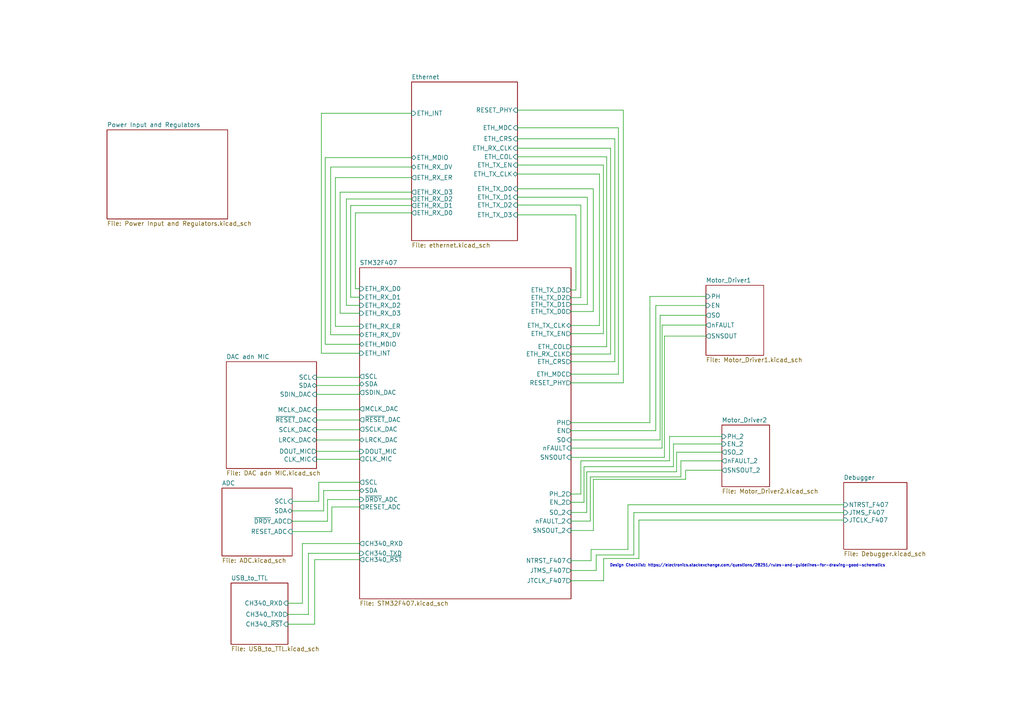
<source format=kicad_sch>
(kicad_sch
	(version 20231120)
	(generator "eeschema")
	(generator_version "8.0")
	(uuid "8a424437-6f3e-424c-a786-3b8b285eee60")
	(paper "A4")
	(title_block
		(title "Mixed Signal Board Project")
		(date "2024-06-24")
		(rev "V1.0")
		(company "open source")
		(comment 1 "this project for learning purposes")
	)
	(lib_symbols)
	(wire
		(pts
			(xy 183.8379 148.6781) (xy 183.8379 160.9662)
		)
		(stroke
			(width 0)
			(type default)
		)
		(uuid "01219420-cdfc-4ba3-be86-c4ffb6cfd76a")
	)
	(wire
		(pts
			(xy 104.3039 160.4915) (xy 89.4556 160.4915)
		)
		(stroke
			(width 0)
			(type default)
		)
		(uuid "0303f192-c3a8-48e2-899b-3aeca6cede6d")
	)
	(wire
		(pts
			(xy 100.4664 57.7092) (xy 119.3752 57.7092)
		)
		(stroke
			(width 0)
			(type default)
		)
		(uuid "03d1c7f2-efd9-4f95-828a-bb8fafb7146a")
	)
	(wire
		(pts
			(xy 150.0903 45.4836) (xy 175.9588 45.4836)
		)
		(stroke
			(width 0)
			(type default)
		)
		(uuid "05c7903b-b999-4c18-bd0d-41c757c6850a")
	)
	(wire
		(pts
			(xy 209.3593 128.7667) (xy 195.3296 128.7667)
		)
		(stroke
			(width 0)
			(type default)
		)
		(uuid "096a5ec0-3b72-4bf1-8e26-1a9d93d1060d")
	)
	(wire
		(pts
			(xy 171.436 159.3733) (xy 171.436 162.6214)
		)
		(stroke
			(width 0)
			(type default)
		)
		(uuid "0d55c1a8-02c9-4d46-9d50-403d350cdd5f")
	)
	(wire
		(pts
			(xy 182.1312 159.3733) (xy 171.436 159.3733)
		)
		(stroke
			(width 0)
			(type default)
		)
		(uuid "0e42d29b-b076-40f3-92f2-b04a76546a7e")
	)
	(wire
		(pts
			(xy 192.7127 132.6584) (xy 192.7127 97.4776)
		)
		(stroke
			(width 0)
			(type default)
		)
		(uuid "1086b68a-adbc-4e31-8482-adc47b15cfa1")
	)
	(wire
		(pts
			(xy 171.436 162.6214) (xy 165.6277 162.6214)
		)
		(stroke
			(width 0)
			(type default)
		)
		(uuid "1191adbd-ede3-4d1a-9916-c186ab4b0a7e")
	)
	(wire
		(pts
			(xy 194.1918 133.6593) (xy 194.1918 126.6049)
		)
		(stroke
			(width 0)
			(type default)
		)
		(uuid "129b0ec8-2be9-480d-b6f6-8b953449bd92")
	)
	(wire
		(pts
			(xy 87.7174 174.9589) (xy 83.5195 174.9589)
		)
		(stroke
			(width 0)
			(type default)
		)
		(uuid "12d71de0-1dbc-4f63-ad58-daf28eb5dfbf")
	)
	(wire
		(pts
			(xy 172.0713 90.36) (xy 165.6277 90.36)
		)
		(stroke
			(width 0)
			(type default)
		)
		(uuid "15cc44a4-c891-4fef-ae6e-d69ca17df06b")
	)
	(wire
		(pts
			(xy 170.1844 148.6379) (xy 170.1844 136.8451)
		)
		(stroke
			(width 0)
			(type default)
		)
		(uuid "1c2a3ecf-a1c4-46c0-96c5-c91528260d0f")
	)
	(wire
		(pts
			(xy 171.2084 151.1411) (xy 165.6277 151.1411)
		)
		(stroke
			(width 0)
			(type default)
		)
		(uuid "1d6112f2-e4db-417c-b7d5-68e6d191a72c")
	)
	(wire
		(pts
			(xy 244.7096 148.6781) (xy 183.8379 148.6781)
		)
		(stroke
			(width 0)
			(type default)
		)
		(uuid "1e34fe30-0587-4d60-8e9a-e2bae966531e")
	)
	(wire
		(pts
			(xy 104.3039 90.8539) (xy 98.646 90.8539)
		)
		(stroke
			(width 0)
			(type default)
		)
		(uuid "2116eb29-b59e-439c-aaa1-5688b690179d")
	)
	(wire
		(pts
			(xy 171.2084 138.3242) (xy 171.2084 151.1411)
		)
		(stroke
			(width 0)
			(type default)
		)
		(uuid "21f8858b-8b48-4ef8-b5f8-0a3c2c6113b9")
	)
	(wire
		(pts
			(xy 101.718 86.2036) (xy 101.718 59.6055)
		)
		(stroke
			(width 0)
			(type default)
		)
		(uuid "224c7500-8565-47b2-8ec0-3afc27149715")
	)
	(wire
		(pts
			(xy 198.8567 139.0069) (xy 198.8567 136.3899)
		)
		(stroke
			(width 0)
			(type default)
		)
		(uuid "229c3b03-35dd-459a-ae42-3ad0bc4cd972")
	)
	(wire
		(pts
			(xy 150.0903 42.9805) (xy 177.0966 42.9805)
		)
		(stroke
			(width 0)
			(type default)
		)
		(uuid "232086d1-3ca4-4823-9d71-b9d17bbe2f32")
	)
	(wire
		(pts
			(xy 96.2508 147.0451) (xy 96.2508 154.1785)
		)
		(stroke
			(width 0)
			(type default)
		)
		(uuid "23bebc2a-3b95-4c32-9d7e-4c5ceb0f2648")
	)
	(wire
		(pts
			(xy 150.0903 31.9439) (xy 180.7944 31.9439)
		)
		(stroke
			(width 0)
			(type default)
		)
		(uuid "27b3f180-4f63-485a-aea4-0717022dfa90")
	)
	(wire
		(pts
			(xy 91.8099 109.4445) (xy 104.3039 109.4445)
		)
		(stroke
			(width 0)
			(type default)
		)
		(uuid "2886fc74-ec87-4340-b0a5-2ea482a0ca37")
	)
	(wire
		(pts
			(xy 195.3296 135.366) (xy 169.388 135.366)
		)
		(stroke
			(width 0)
			(type default)
		)
		(uuid "2a2e8ac1-8aa7-4e0f-8cca-f853440f39c1")
	)
	(wire
		(pts
			(xy 165.6277 127.6015) (xy 191.4611 127.6015)
		)
		(stroke
			(width 0)
			(type default)
		)
		(uuid "2a42f920-43fc-48d9-90b6-83543fd8831e")
	)
	(wire
		(pts
			(xy 104.3039 157.647) (xy 87.7174 157.647)
		)
		(stroke
			(width 0)
			(type default)
		)
		(uuid "2b0c349c-6067-46e1-abd4-8f0577804495")
	)
	(wire
		(pts
			(xy 179.3722 37.064) (xy 179.3722 108.5271)
		)
		(stroke
			(width 0)
			(type default)
		)
		(uuid "2db36012-a02c-44e7-b6d4-84af56673847")
	)
	(wire
		(pts
			(xy 197.4914 133.6592) (xy 197.4914 138.3242)
		)
		(stroke
			(width 0)
			(type default)
		)
		(uuid "2df4961d-33d8-4c1e-bb78-9dcf57c42220")
	)
	(wire
		(pts
			(xy 167.0461 62.3228) (xy 150.0903 62.3228)
		)
		(stroke
			(width 0)
			(type default)
		)
		(uuid "2e881b7a-349f-4426-ab51-e7931846e759")
	)
	(wire
		(pts
			(xy 190.2095 88.6028) (xy 190.2095 124.9151)
		)
		(stroke
			(width 0)
			(type default)
		)
		(uuid "328459e7-337e-4c8b-afbb-8e38c05d7da1")
	)
	(wire
		(pts
			(xy 104.3039 144.8833) (xy 94.9866 144.8833)
		)
		(stroke
			(width 0)
			(type default)
		)
		(uuid "345540e6-e93d-4721-9287-2329ff2fdf30")
	)
	(wire
		(pts
			(xy 91.8099 111.8149) (xy 104.3039 111.8149)
		)
		(stroke
			(width 0)
			(type default)
		)
		(uuid "36b0d38b-356f-4af4-9bf9-75944fbe3350")
	)
	(wire
		(pts
			(xy 172.1187 139.0069) (xy 198.8567 139.0069)
		)
		(stroke
			(width 0)
			(type default)
		)
		(uuid "36b48cd1-3865-48a6-bc1f-87c664d53809")
	)
	(wire
		(pts
			(xy 172.0713 54.7618) (xy 172.0713 90.36)
		)
		(stroke
			(width 0)
			(type default)
		)
		(uuid "37579b66-e864-4c32-a017-8e1c0811d55b")
	)
	(wire
		(pts
			(xy 192.03 94.2918) (xy 192.03 129.9719)
		)
		(stroke
			(width 0)
			(type default)
		)
		(uuid "37e311c7-4c8c-4add-898c-5f76249185d2")
	)
	(wire
		(pts
			(xy 150.0903 47.873) (xy 175.0106 47.873)
		)
		(stroke
			(width 0)
			(type default)
		)
		(uuid "399cf598-39a2-49fb-9668-7f8ed972dc48")
	)
	(wire
		(pts
			(xy 191.4611 127.6015) (xy 191.4611 91.4473)
		)
		(stroke
			(width 0)
			(type default)
		)
		(uuid "3ad371da-33a6-44d4-943b-4b6360ed7d71")
	)
	(wire
		(pts
			(xy 150.0903 37.064) (xy 179.3722 37.064)
		)
		(stroke
			(width 0)
			(type default)
		)
		(uuid "3ba55304-f17f-49ad-8e3b-b89af89c7eeb")
	)
	(wire
		(pts
			(xy 150.0903 57.2028) (xy 170.3647 57.2028)
		)
		(stroke
			(width 0)
			(type default)
		)
		(uuid "3f64a44c-0de3-4cec-a905-bdcac95e3d07")
	)
	(wire
		(pts
			(xy 165.6277 132.6584) (xy 192.7127 132.6584)
		)
		(stroke
			(width 0)
			(type default)
		)
		(uuid "42d9259a-6f9e-4a8d-ae3a-5802599dd101")
	)
	(wire
		(pts
			(xy 170.3647 88.3057) (xy 165.6277 88.3057)
		)
		(stroke
			(width 0)
			(type default)
		)
		(uuid "44be2b08-e81a-42be-9f19-d3f57bd7519d")
	)
	(wire
		(pts
			(xy 191.4611 91.4473) (xy 204.747 91.4473)
		)
		(stroke
			(width 0)
			(type default)
		)
		(uuid "44c64e6a-055c-4a3d-8127-f95c696dd0d7")
	)
	(wire
		(pts
			(xy 165.6277 148.6379) (xy 170.1844 148.6379)
		)
		(stroke
			(width 0)
			(type default)
		)
		(uuid "4611b277-e1a0-49fe-8daa-0c6e91917054")
	)
	(wire
		(pts
			(xy 175.9588 100.5569) (xy 165.6277 100.5569)
		)
		(stroke
			(width 0)
			(type default)
		)
		(uuid "4affb9ec-3dd3-4dba-befc-a937343241c2")
	)
	(wire
		(pts
			(xy 104.3039 147.0451) (xy 96.2508 147.0451)
		)
		(stroke
			(width 0)
			(type default)
		)
		(uuid "4b54928b-4f91-4bff-a351-86177a9a039c")
	)
	(wire
		(pts
			(xy 104.3039 99.8523) (xy 94.3224 99.8523)
		)
		(stroke
			(width 0)
			(type default)
		)
		(uuid "4d9dd521-cb97-4388-99c7-4ba4d20dcc64")
	)
	(wire
		(pts
			(xy 93.2149 32.8541) (xy 119.3752 32.8541)
		)
		(stroke
			(width 0)
			(type default)
		)
		(uuid "4d9effa4-dc00-4dd6-88df-f9baa4e423b5")
	)
	(wire
		(pts
			(xy 104.3039 86.2036) (xy 101.718 86.2036)
		)
		(stroke
			(width 0)
			(type default)
		)
		(uuid "4dd60095-c871-4b94-aa36-f592acceeabb")
	)
	(wire
		(pts
			(xy 172.9151 160.9662) (xy 172.9151 165.4659)
		)
		(stroke
			(width 0)
			(type default)
		)
		(uuid "4e48523f-c2c6-4108-8401-740bec402bee")
	)
	(wire
		(pts
			(xy 169.388 135.366) (xy 169.388 145.6797)
		)
		(stroke
			(width 0)
			(type default)
		)
		(uuid "4f0d7cee-a351-439d-8806-392b1d56c43e")
	)
	(wire
		(pts
			(xy 175.0769 161.9902) (xy 175.0769 168.4241)
		)
		(stroke
			(width 0)
			(type default)
		)
		(uuid "4fa94bc9-4b97-4541-b428-6e4ed4fc3331")
	)
	(wire
		(pts
			(xy 168.4683 59.4784) (xy 168.4683 86.3303)
		)
		(stroke
			(width 0)
			(type default)
		)
		(uuid "50e17f21-35a9-4c3e-a075-5ad239116246")
	)
	(wire
		(pts
			(xy 244.7096 146.4025) (xy 182.1312 146.4025)
		)
		(stroke
			(width 0)
			(type default)
		)
		(uuid "511e1cb1-f614-4826-b86e-8f0ff92c6b5e")
	)
	(wire
		(pts
			(xy 150.0903 54.7618) (xy 172.0713 54.7618)
		)
		(stroke
			(width 0)
			(type default)
		)
		(uuid "51b83eb5-d088-4051-be3b-7249b7427b78")
	)
	(wire
		(pts
			(xy 167.0461 84.118) (xy 167.0461 62.3228)
		)
		(stroke
			(width 0)
			(type default)
		)
		(uuid "51f97325-2c97-4d4b-a909-f642fa6f67ee")
	)
	(wire
		(pts
			(xy 91.2729 162.312) (xy 91.2729 181.043)
		)
		(stroke
			(width 0)
			(type default)
		)
		(uuid "531d8a60-10ca-45c3-b9b3-d1b264e87f0e")
	)
	(wire
		(pts
			(xy 87.7174 157.647) (xy 87.7174 174.9589)
		)
		(stroke
			(width 0)
			(type default)
		)
		(uuid "5356551b-b450-4454-b76f-2921a07a4358")
	)
	(wire
		(pts
			(xy 91.8099 118.8601) (xy 104.3039 118.8601)
		)
		(stroke
			(width 0)
			(type default)
		)
		(uuid "53a22e46-e7cf-4639-b317-c46c8cf1c6ff")
	)
	(wire
		(pts
			(xy 173.8728 94.4086) (xy 165.6277 94.4086)
		)
		(stroke
			(width 0)
			(type default)
		)
		(uuid "56fa0723-24b8-4972-bc1f-8044639d4dc0")
	)
	(wire
		(pts
			(xy 150.0903 50.49) (xy 173.8728 50.49)
		)
		(stroke
			(width 0)
			(type default)
		)
		(uuid "5d7ed353-1e8a-4689-b580-3da7194900c1")
	)
	(wire
		(pts
			(xy 150.0903 40.2498) (xy 178.3292 40.2498)
		)
		(stroke
			(width 0)
			(type default)
		)
		(uuid "5fd40070-b7f7-4e17-be72-942b2004ad19")
	)
	(wire
		(pts
			(xy 172.9151 165.4659) (xy 165.6277 165.4659)
		)
		(stroke
			(width 0)
			(type default)
		)
		(uuid "6150f4de-b776-4622-a1a7-d84d97a4116c")
	)
	(wire
		(pts
			(xy 97.2806 51.5139) (xy 119.3752 51.5139)
		)
		(stroke
			(width 0)
			(type default)
		)
		(uuid "62b69a32-fe84-46d3-9372-2c606ef4efb5")
	)
	(wire
		(pts
			(xy 104.3039 162.312) (xy 91.2729 162.312)
		)
		(stroke
			(width 0)
			(type default)
		)
		(uuid "63f681b0-31f1-4271-a114-667b89dafbd9")
	)
	(wire
		(pts
			(xy 91.8099 127.6174) (xy 104.3039 127.6174)
		)
		(stroke
			(width 0)
			(type default)
		)
		(uuid "675ed84a-9461-4360-8f05-53d59d632aac")
	)
	(wire
		(pts
			(xy 104.3039 83.746) (xy 103.0834 83.746)
		)
		(stroke
			(width 0)
			(type default)
		)
		(uuid "6b909ef0-556d-48a9-8922-22e3bc96842b")
	)
	(wire
		(pts
			(xy 196.2398 131.1561) (xy 209.3593 131.1561)
		)
		(stroke
			(width 0)
			(type default)
		)
		(uuid "6c8cb294-74e0-4094-9639-d43b133f0dd0")
	)
	(wire
		(pts
			(xy 197.4914 138.3242) (xy 171.2084 138.3242)
		)
		(stroke
			(width 0)
			(type default)
		)
		(uuid "6ccac2eb-9b0e-45f7-a2a4-2031a9d978e2")
	)
	(wire
		(pts
			(xy 97.2806 94.6465) (xy 97.2806 51.5139)
		)
		(stroke
			(width 0)
			(type default)
		)
		(uuid "6f7a91b2-899e-4549-8c6b-c2ff13a660a5")
	)
	(wire
		(pts
			(xy 104.3039 127.6174) (xy 104.3039 127.5889)
		)
		(stroke
			(width 0)
			(type default)
		)
		(uuid "70fbf55f-f642-406d-a2c1-53a39eb85cf8")
	)
	(wire
		(pts
			(xy 91.8099 121.8231) (xy 104.3039 121.8231)
		)
		(stroke
			(width 0)
			(type default)
		)
		(uuid "7253452a-49a2-48d3-9d75-4a4809c4f555")
	)
	(wire
		(pts
			(xy 104.3039 142.2664) (xy 93.8804 142.2664)
		)
		(stroke
			(width 0)
			(type default)
		)
		(uuid "72a0f072-01ec-41b8-b830-7d243780196f")
	)
	(wire
		(pts
			(xy 103.0834 61.7389) (xy 119.3752 61.7389)
		)
		(stroke
			(width 0)
			(type default)
		)
		(uuid "7422a0a0-281b-454c-8780-7d47ea33f883")
	)
	(wire
		(pts
			(xy 92.4581 145.408) (xy 84.756 145.408)
		)
		(stroke
			(width 0)
			(type default)
		)
		(uuid "75cd279d-4ab2-4f8a-a549-b1bb6a08b3d9")
	)
	(wire
		(pts
			(xy 91.2729 181.043) (xy 83.5195 181.043)
		)
		(stroke
			(width 0)
			(type default)
		)
		(uuid "7887bcb8-111b-48fc-b4fa-d37331c49185")
	)
	(wire
		(pts
			(xy 175.0106 47.873) (xy 175.0106 96.779)
		)
		(stroke
			(width 0)
			(type default)
		)
		(uuid "79066ab8-fde5-42ea-b06f-9670659acbc0")
	)
	(wire
		(pts
			(xy 165.6277 143.2903) (xy 168.4777 143.2903)
		)
		(stroke
			(width 0)
			(type default)
		)
		(uuid "798b21f3-3b7a-4ba5-bcec-ff13fcfc5176")
	)
	(wire
		(pts
			(xy 98.646 90.8539) (xy 98.646 55.7339)
		)
		(stroke
			(width 0)
			(type default)
		)
		(uuid "79f9ab8b-fc2e-48ed-a23e-288f4886e5cd")
	)
	(wire
		(pts
			(xy 169.388 145.6797) (xy 165.6277 145.6797)
		)
		(stroke
			(width 0)
			(type default)
		)
		(uuid "7a2bd9f2-3d24-4903-8405-663a5e866d98")
	)
	(wire
		(pts
			(xy 150.0903 59.4784) (xy 168.4683 59.4784)
		)
		(stroke
			(width 0)
			(type default)
		)
		(uuid "7bd85545-df53-4437-88a5-7da5426bed0e")
	)
	(wire
		(pts
			(xy 165.6277 153.8718) (xy 172.1187 153.8718)
		)
		(stroke
			(width 0)
			(type default)
		)
		(uuid "7c0137ac-cfe1-44a8-8cde-5e30562ae9ec")
	)
	(wire
		(pts
			(xy 168.4777 133.6593) (xy 194.1918 133.6593)
		)
		(stroke
			(width 0)
			(type default)
		)
		(uuid "7c913550-6281-4a1e-b907-eb77219d7e82")
	)
	(wire
		(pts
			(xy 170.3647 57.2028) (xy 170.3647 88.3057)
		)
		(stroke
			(width 0)
			(type default)
		)
		(uuid "8389eedd-cefe-41d4-8f78-9d1bc4d185d8")
	)
	(wire
		(pts
			(xy 93.8804 142.2664) (xy 93.8804 148.1735)
		)
		(stroke
			(width 0)
			(type default)
		)
		(uuid "856ecfcc-5027-47a4-a2e6-12808021be78")
	)
	(wire
		(pts
			(xy 104.3039 139.877) (xy 92.4581 139.877)
		)
		(stroke
			(width 0)
			(type default)
		)
		(uuid "85769ec1-8c36-4845-8447-36ccfd35d082")
	)
	(wire
		(pts
			(xy 204.747 94.2918) (xy 192.03 94.2918)
		)
		(stroke
			(width 0)
			(type default)
		)
		(uuid "8d3ef9de-fd75-4490-a307-895ea4d103bb")
	)
	(wire
		(pts
			(xy 165.6277 122.5827) (xy 188.5028 122.5827)
		)
		(stroke
			(width 0)
			(type default)
		)
		(uuid "8dbbc783-c016-4f0c-8fbe-decee0f72a60")
	)
	(wire
		(pts
			(xy 178.3292 40.2498) (xy 178.3292 104.9026)
		)
		(stroke
			(width 0)
			(type default)
		)
		(uuid "8e3b9db4-c8e8-4ad5-8e3b-d96ebe9e787e")
	)
	(wire
		(pts
			(xy 244.7096 150.8399) (xy 185.317 150.8399)
		)
		(stroke
			(width 0)
			(type default)
		)
		(uuid "8f2fc751-e36e-4af4-92fc-5b3d10abd405")
	)
	(wire
		(pts
			(xy 170.1844 136.8451) (xy 196.2398 136.8451)
		)
		(stroke
			(width 0)
			(type default)
		)
		(uuid "915e3e60-2336-49f1-a388-32d0037efebf")
	)
	(wire
		(pts
			(xy 91.8099 124.6544) (xy 104.3039 124.6544)
		)
		(stroke
			(width 0)
			(type default)
		)
		(uuid "92be8a4f-135e-4c29-8f6c-56d76bcfa445")
	)
	(wire
		(pts
			(xy 172.1187 153.8718) (xy 172.1187 139.0069)
		)
		(stroke
			(width 0)
			(type default)
		)
		(uuid "961cca43-610d-4cdb-9b51-d137c527bb68")
	)
	(wire
		(pts
			(xy 168.4777 143.2903) (xy 168.4777 133.6593)
		)
		(stroke
			(width 0)
			(type default)
		)
		(uuid "98946bff-c1b6-47e9-a812-308445e6ab6e")
	)
	(wire
		(pts
			(xy 104.3039 102.4524) (xy 93.2149 102.4524)
		)
		(stroke
			(width 0)
			(type default)
		)
		(uuid "9936a0c4-744d-422d-98ec-8ed35a160006")
	)
	(wire
		(pts
			(xy 198.8567 136.3899) (xy 209.3593 136.3899)
		)
		(stroke
			(width 0)
			(type default)
		)
		(uuid "9a5c3f3b-0928-47cd-9d7d-b16a5b9e9dd6")
	)
	(wire
		(pts
			(xy 95.9153 48.4419) (xy 119.3752 48.4419)
		)
		(stroke
			(width 0)
			(type default)
		)
		(uuid "9bb1f5f5-0c0f-47d6-8e08-6ae6b4945ffb")
	)
	(wire
		(pts
			(xy 183.8379 160.9662) (xy 172.9151 160.9662)
		)
		(stroke
			(width 0)
			(type default)
		)
		(uuid "9deadb98-b7bb-4258-a08e-531184437f78")
	)
	(wire
		(pts
			(xy 104.3039 94.6465) (xy 97.2806 94.6465)
		)
		(stroke
			(width 0)
			(type default)
		)
		(uuid "9ed2258a-78c3-4740-8233-7a705474fa57")
	)
	(wire
		(pts
			(xy 179.3722 108.5271) (xy 165.6277 108.5271)
		)
		(stroke
			(width 0)
			(type default)
		)
		(uuid "a05227db-cb73-43b6-8c66-404261471f57")
	)
	(wire
		(pts
			(xy 89.4556 160.4915) (xy 89.4556 178.1985)
		)
		(stroke
			(width 0)
			(type default)
		)
		(uuid "a0997a0a-a999-469a-a9d7-aeefb936ae2a")
	)
	(wire
		(pts
			(xy 96.2508 154.1785) (xy 84.756 154.1785)
		)
		(stroke
			(width 0)
			(type default)
		)
		(uuid "a0c5848b-0ec4-4919-bf3d-64f52d737d8a")
	)
	(wire
		(pts
			(xy 185.317 161.9902) (xy 175.0769 161.9902)
		)
		(stroke
			(width 0)
			(type default)
		)
		(uuid "a35b870c-bc2a-4be9-bf64-3c16c63dca42")
	)
	(wire
		(pts
			(xy 104.3039 111.8149) (xy 104.3039 111.3912)
		)
		(stroke
			(width 0)
			(type default)
		)
		(uuid "a54615a8-13b7-47a5-a9c0-c68b6ca28a48")
	)
	(wire
		(pts
			(xy 209.3593 133.6592) (xy 197.4914 133.6592)
		)
		(stroke
			(width 0)
			(type default)
		)
		(uuid "a6151b42-d55b-4c97-a49b-d0b7b08a8874")
	)
	(wire
		(pts
			(xy 165.6277 84.118) (xy 167.0461 84.118)
		)
		(stroke
			(width 0)
			(type default)
		)
		(uuid "a6b8163b-291d-4996-94cb-8b98b42cda26")
	)
	(wire
		(pts
			(xy 204.747 88.6028) (xy 190.2095 88.6028)
		)
		(stroke
			(width 0)
			(type default)
		)
		(uuid "a95b00db-9ba0-4743-9499-a600aeb8be78")
	)
	(wire
		(pts
			(xy 190.2095 124.9151) (xy 165.6277 124.9151)
		)
		(stroke
			(width 0)
			(type default)
		)
		(uuid "ac5819b7-614b-4936-9f9f-d69262e46dc5")
	)
	(wire
		(pts
			(xy 92.4581 139.877) (xy 92.4581 145.408)
		)
		(stroke
			(width 0)
			(type default)
		)
		(uuid "aca1a95e-5590-40e9-be24-ff44064c41f5")
	)
	(wire
		(pts
			(xy 104.3039 124.6544) (xy 104.3039 124.5074)
		)
		(stroke
			(width 0)
			(type default)
		)
		(uuid "aeb1f90e-db21-49aa-bca5-fc4d21edf697")
	)
	(wire
		(pts
			(xy 192.7127 97.4776) (xy 204.747 97.4776)
		)
		(stroke
			(width 0)
			(type default)
		)
		(uuid "aee635fd-a12b-41e0-8c25-51ad879285e9")
	)
	(wire
		(pts
			(xy 91.8099 114.3827) (xy 104.3039 114.3827)
		)
		(stroke
			(width 0)
			(type default)
		)
		(uuid "b0244a78-a4e3-4b82-9a65-096fbf0956b2")
	)
	(wire
		(pts
			(xy 194.1918 126.6049) (xy 209.3593 126.6049)
		)
		(stroke
			(width 0)
			(type default)
		)
		(uuid "b0b5d392-f72b-47ff-bdfd-706886a62983")
	)
	(wire
		(pts
			(xy 104.3039 121.8231) (xy 104.3039 121.7419)
		)
		(stroke
			(width 0)
			(type default)
		)
		(uuid "b27e269b-6a71-49f2-9034-840b461c885b")
	)
	(wire
		(pts
			(xy 94.9866 144.8833) (xy 94.9866 151.176)
		)
		(stroke
			(width 0)
			(type default)
		)
		(uuid "b2904dd8-10d6-4cf4-a376-6f7d40a9dc5d")
	)
	(wire
		(pts
			(xy 188.5028 85.9859) (xy 204.747 85.9859)
		)
		(stroke
			(width 0)
			(type default)
		)
		(uuid "b2fa817f-06c5-429d-bdd1-16ec85d755d4")
	)
	(wire
		(pts
			(xy 98.646 55.7339) (xy 119.3752 55.7339)
		)
		(stroke
			(width 0)
			(type default)
		)
		(uuid "ba61d14d-878d-4a94-9416-f8b9517d660d")
	)
	(wire
		(pts
			(xy 91.8099 130.9096) (xy 104.3039 130.9096)
		)
		(stroke
			(width 0)
			(type default)
		)
		(uuid "ba9cf55e-feb6-4a38-a9c9-94c920042f4b")
	)
	(wire
		(pts
			(xy 104.3039 97.0959) (xy 95.9153 97.0959)
		)
		(stroke
			(width 0)
			(type default)
		)
		(uuid "bc130d13-59a6-4646-8fb9-808b76d5777a")
	)
	(wire
		(pts
			(xy 175.0106 96.779) (xy 165.6277 96.779)
		)
		(stroke
			(width 0)
			(type default)
		)
		(uuid "bc8e87e3-6d98-4e0a-9c73-2c5f8e4005c6")
	)
	(wire
		(pts
			(xy 185.317 150.8399) (xy 185.317 161.9902)
		)
		(stroke
			(width 0)
			(type default)
		)
		(uuid "be056cf5-6b0a-4023-8983-3b6448807ea2")
	)
	(wire
		(pts
			(xy 103.0834 83.746) (xy 103.0834 61.7389)
		)
		(stroke
			(width 0)
			(type default)
		)
		(uuid "c05f1ab5-319c-423e-b403-5eb97ebdc8ac")
	)
	(wire
		(pts
			(xy 177.0966 102.6902) (xy 165.6277 102.6902)
		)
		(stroke
			(width 0)
			(type default)
		)
		(uuid "c2ce7164-09b4-477f-9534-01f9c3a66999")
	)
	(wire
		(pts
			(xy 168.4683 86.3303) (xy 165.6277 86.3303)
		)
		(stroke
			(width 0)
			(type default)
		)
		(uuid "c8d347ee-b11a-4d53-b524-66f8b649efe5")
	)
	(wire
		(pts
			(xy 100.4664 88.5625) (xy 100.4664 57.7092)
		)
		(stroke
			(width 0)
			(type default)
		)
		(uuid "c92c4bcf-3f07-4de1-b023-3a65c89a2945")
	)
	(wire
		(pts
			(xy 175.0769 168.4241) (xy 165.6277 168.4241)
		)
		(stroke
			(width 0)
			(type default)
		)
		(uuid "c9d434cd-1d7b-4db8-9723-5648d5c7a796")
	)
	(wire
		(pts
			(xy 94.9866 151.176) (xy 84.756 151.176)
		)
		(stroke
			(width 0)
			(type default)
		)
		(uuid "c9db3906-6c85-406a-9bcc-02e886d077b3")
	)
	(wire
		(pts
			(xy 182.1312 146.4025) (xy 182.1312 159.3733)
		)
		(stroke
			(width 0)
			(type default)
		)
		(uuid "c9ff0a8b-ad2a-448f-927c-50fce1de3d2f")
	)
	(wire
		(pts
			(xy 192.03 129.9719) (xy 165.6277 129.9719)
		)
		(stroke
			(width 0)
			(type default)
		)
		(uuid "ce59efa9-225c-4621-a092-aff69f9a9ed0")
	)
	(wire
		(pts
			(xy 94.3224 99.8523) (xy 94.3224 45.7112)
		)
		(stroke
			(width 0)
			(type default)
		)
		(uuid "ce778584-99c9-48fa-ab02-5e2b271f0833")
	)
	(wire
		(pts
			(xy 93.8804 148.1735) (xy 84.756 148.1735)
		)
		(stroke
			(width 0)
			(type default)
		)
		(uuid "d1c1baf8-a1b9-4482-b60f-95b1674487b4")
	)
	(wire
		(pts
			(xy 180.7944 111.0406) (xy 165.6277 111.0406)
		)
		(stroke
			(width 0)
			(type default)
		)
		(uuid "d20cb7c5-1818-4542-a9d1-c59b642988cf")
	)
	(wire
		(pts
			(xy 178.3292 104.9026) (xy 165.6277 104.9026)
		)
		(stroke
			(width 0)
			(type default)
		)
		(uuid "d5bf9941-ad34-4db0-94e4-91eb456ad05e")
	)
	(wire
		(pts
			(xy 195.3296 128.7667) (xy 195.3296 135.366)
		)
		(stroke
			(width 0)
			(type default)
		)
		(uuid "d5e282f2-95c8-459e-bef5-7bc865103155")
	)
	(wire
		(pts
			(xy 104.3039 118.8601) (xy 104.3039 118.5814)
		)
		(stroke
			(width 0)
			(type default)
		)
		(uuid "dde775d1-fc68-46a4-acf6-5776253e749a")
	)
	(wire
		(pts
			(xy 101.718 59.6055) (xy 119.3752 59.6055)
		)
		(stroke
			(width 0)
			(type default)
		)
		(uuid "e22f14d4-9c8b-48a5-a249-8b250983c929")
	)
	(wire
		(pts
			(xy 93.2149 102.4524) (xy 93.2149 32.8541)
		)
		(stroke
			(width 0)
			(type default)
		)
		(uuid "e29bcefa-19b9-4455-9157-375a126d73df")
	)
	(wire
		(pts
			(xy 177.0966 42.9805) (xy 177.0966 102.6902)
		)
		(stroke
			(width 0)
			(type default)
		)
		(uuid "e2beec01-e888-4b86-9eb1-8398fa2660d8")
	)
	(wire
		(pts
			(xy 104.3039 130.9096) (xy 104.3039 130.9488)
		)
		(stroke
			(width 0)
			(type default)
		)
		(uuid "e333d4fc-b91f-4260-ab4c-358f9e6e66b6")
	)
	(wire
		(pts
			(xy 196.2398 136.8451) (xy 196.2398 131.1561)
		)
		(stroke
			(width 0)
			(type default)
		)
		(uuid "e44c26b1-3bb2-4921-b3e1-c6246fdf5c8b")
	)
	(wire
		(pts
			(xy 104.3039 109.4445) (xy 104.3039 109.1789)
		)
		(stroke
			(width 0)
			(type default)
		)
		(uuid "e4b3e94a-0112-408e-a085-3ff94da9329c")
	)
	(wire
		(pts
			(xy 188.5028 122.5827) (xy 188.5028 85.9859)
		)
		(stroke
			(width 0)
			(type default)
		)
		(uuid "e8c6bd0a-69af-4e2b-9d23-7a6ccd1eda04")
	)
	(wire
		(pts
			(xy 95.9153 97.0959) (xy 95.9153 48.4419)
		)
		(stroke
			(width 0)
			(type default)
		)
		(uuid "e8f0a865-774a-4c21-99f7-7c1b36b348bf")
	)
	(wire
		(pts
			(xy 104.3039 133.2142) (xy 104.3039 133.1106)
		)
		(stroke
			(width 0)
			(type default)
		)
		(uuid "e921737e-9608-40a2-a699-e4116f84b489")
	)
	(wire
		(pts
			(xy 175.9588 45.4836) (xy 175.9588 100.5569)
		)
		(stroke
			(width 0)
			(type default)
		)
		(uuid "ef8f0767-e14c-4418-9d79-b211c4fe5bcd")
	)
	(wire
		(pts
			(xy 89.4556 178.1985) (xy 83.5195 178.1985)
		)
		(stroke
			(width 0)
			(type default)
		)
		(uuid "f271493a-9c2e-4a7f-8142-eede6babe092")
	)
	(wire
		(pts
			(xy 173.8728 50.49) (xy 173.8728 94.4086)
		)
		(stroke
			(width 0)
			(type default)
		)
		(uuid "f29d7c8e-5474-4c68-859c-53b5045e31c9")
	)
	(wire
		(pts
			(xy 104.3039 114.3827) (xy 104.3039 113.8407)
		)
		(stroke
			(width 0)
			(type default)
		)
		(uuid "f374bb51-2c48-4a27-b280-126f293566ba")
	)
	(wire
		(pts
			(xy 104.3039 88.5625) (xy 100.4664 88.5625)
		)
		(stroke
			(width 0)
			(type default)
		)
		(uuid "f8b4e47f-99d2-476a-8f7d-a416ecf62bb3")
	)
	(wire
		(pts
			(xy 91.8099 133.2142) (xy 104.3039 133.2142)
		)
		(stroke
			(width 0)
			(type default)
		)
		(uuid "fe579df0-6af6-4c1f-aec3-031b3ed97a1e")
	)
	(wire
		(pts
			(xy 94.3224 45.7112) (xy 119.3752 45.7112)
		)
		(stroke
			(width 0)
			(type default)
		)
		(uuid "ff14f739-1f90-474c-ba09-b339d2f5c662")
	)
	(wire
		(pts
			(xy 180.7944 31.9439) (xy 180.7944 111.0406)
		)
		(stroke
			(width 0)
			(type default)
		)
		(uuid "ff3ebe8c-b768-496c-a32b-a1cea6c28267")
	)
	(text "Design Checklist: https://electronics.stackexchange.com/questions/28251/rules-and-guidelines-for-drawing-good-schematics"
		(exclude_from_sim no)
		(at 216.8125 164.0965 0)
		(effects
			(font
				(size 0.8 0.8)
			)
		)
		(uuid "cea4ea86-fcbe-4f7a-803d-0e0efdc8d17d")
	)
	(sheet
		(at 65.6345 104.9146)
		(size 26.1754 30.9754)
		(fields_autoplaced yes)
		(stroke
			(width 0.1524)
			(type solid)
		)
		(fill
			(color 0 0 0 0.0000)
		)
		(uuid "087b0ea2-dd54-459d-a3b3-b58577c2dfaa")
		(property "Sheetname" "DAC adn MIC"
			(at 65.6345 104.203 0)
			(effects
				(font
					(size 1.27 1.27)
				)
				(justify left bottom)
			)
		)
		(property "Sheetfile" "DAC adn MIC.kicad_sch"
			(at 65.6345 136.4746 0)
			(effects
				(font
					(size 1.27 1.27)
				)
				(justify left top)
			)
		)
		(pin "SCLK_DAC" input
			(at 91.8099 124.6544 0)
			(effects
				(font
					(size 1.27 1.27)
				)
				(justify right)
			)
			(uuid "8e1f5991-22a6-47ef-86f8-25e7555d1caf")
		)
		(pin "MCLK_DAC" input
			(at 91.8099 118.8601 0)
			(effects
				(font
					(size 1.27 1.27)
				)
				(justify right)
			)
			(uuid "b3d4fdb3-c3a0-457a-98db-368ba47f902e")
		)
		(pin "~{RESET}_DAC" input
			(at 91.8099 121.8231 0)
			(effects
				(font
					(size 1.27 1.27)
				)
				(justify right)
			)
			(uuid "ccf57218-d291-412c-9098-6a8367822cac")
		)
		(pin "CLK_MIC" input
			(at 91.8099 133.2142 0)
			(effects
				(font
					(size 1.27 1.27)
				)
				(justify right)
			)
			(uuid "d305c760-37f0-42d9-a69d-7982ac3331d2")
		)
		(pin "LRCK_DAC" bidirectional
			(at 91.8099 127.6174 0)
			(effects
				(font
					(size 1.27 1.27)
				)
				(justify right)
			)
			(uuid "9de09eb1-fee4-4b35-b9c8-8c0af140dd30")
		)
		(pin "SCL" input
			(at 91.8099 109.4445 0)
			(effects
				(font
					(size 1.27 1.27)
				)
				(justify right)
			)
			(uuid "9a7e230e-e2e6-4ea5-b489-e4e34363dda4")
		)
		(pin "SDIN_DAC" input
			(at 91.8099 114.3827 0)
			(effects
				(font
					(size 1.27 1.27)
				)
				(justify right)
			)
			(uuid "aaa51c8f-59bf-4205-9c5e-b90a40ca2866")
		)
		(pin "DOUT_MIC" output
			(at 91.8099 130.9096 0)
			(effects
				(font
					(size 1.27 1.27)
				)
				(justify right)
			)
			(uuid "81964d72-8d64-4861-8d71-95de6b788c36")
		)
		(pin "SDA" bidirectional
			(at 91.8099 111.8149 0)
			(effects
				(font
					(size 1.27 1.27)
				)
				(justify right)
			)
			(uuid "1cb8936b-96aa-4e21-ac0a-5f0266d70cd3")
		)
		(instances
			(project "mixed signal board project"
				(path "/8a424437-6f3e-424c-a786-3b8b285eee60"
					(page "7")
				)
			)
		)
	)
	(sheet
		(at 104.3039 77.6512)
		(size 61.3238 96.023)
		(fields_autoplaced yes)
		(stroke
			(width 0.1524)
			(type solid)
		)
		(fill
			(color 0 0 0 0.0000)
		)
		(uuid "21ef25a5-e15f-46a1-a7fa-e9492d8812c6")
		(property "Sheetname" "STM32F407"
			(at 104.3039 76.9396 0)
			(effects
				(font
					(size 1.27 1.27)
				)
				(justify left bottom)
			)
		)
		(property "Sheetfile" "STM32F407.kicad_sch"
			(at 104.3039 174.2588 0)
			(effects
				(font
					(size 1.27 1.27)
				)
				(justify left top)
			)
		)
		(pin "ETH_RX_D1" input
			(at 104.3039 86.2036 180)
			(effects
				(font
					(size 1.27 1.27)
				)
				(justify left)
			)
			(uuid "266187ee-6f1e-4fd7-82b5-114f6e224f35")
		)
		(pin "ETH_TX_CLK" bidirectional
			(at 165.6277 94.4086 0)
			(effects
				(font
					(size 1.27 1.27)
				)
				(justify right)
			)
			(uuid "f3a5d28e-cc6a-498c-9699-75d920f769b7")
		)
		(pin "ETH_RX_D0" input
			(at 104.3039 83.746 180)
			(effects
				(font
					(size 1.27 1.27)
				)
				(justify left)
			)
			(uuid "bc85d235-d696-4ddb-b587-f6d279aa6578")
		)
		(pin "ETH_TX_D2" output
			(at 165.6277 86.3303 0)
			(effects
				(font
					(size 1.27 1.27)
				)
				(justify right)
			)
			(uuid "383a9c8f-2b26-481c-b78a-054d10b87f09")
		)
		(pin "ETH_MDC" output
			(at 165.6277 108.5271 0)
			(effects
				(font
					(size 1.27 1.27)
				)
				(justify right)
			)
			(uuid "df38719d-69b8-469a-a813-0a5bab5b7ea9")
		)
		(pin "ETH_TX_D1" output
			(at 165.6277 88.3057 0)
			(effects
				(font
					(size 1.27 1.27)
				)
				(justify right)
			)
			(uuid "b9714c4f-fbf9-47bd-9f5f-c082cb31252b")
		)
		(pin "ETH_TX_D0" output
			(at 165.6277 90.36 0)
			(effects
				(font
					(size 1.27 1.27)
				)
				(justify right)
			)
			(uuid "a05ae294-d3a4-44ab-b4c0-bfdc5488551a")
		)
		(pin "ETH_RX_ER" input
			(at 104.3039 94.6465 180)
			(effects
				(font
					(size 1.27 1.27)
				)
				(justify left)
			)
			(uuid "3d20d8fd-5e41-4418-b00e-53736c56b9bb")
		)
		(pin "SCL" output
			(at 104.3039 109.1789 180)
			(effects
				(font
					(size 1.27 1.27)
				)
				(justify left)
			)
			(uuid "3a2f2df8-b151-4729-96a9-407796a86ca3")
		)
		(pin "SDA" bidirectional
			(at 104.3039 111.3912 180)
			(effects
				(font
					(size 1.27 1.27)
				)
				(justify left)
			)
			(uuid "acbac39f-9e13-48df-8446-07cddfc1d3f7")
		)
		(pin "RESET_PHY" output
			(at 165.6277 111.0406 0)
			(effects
				(font
					(size 1.27 1.27)
				)
				(justify right)
			)
			(uuid "d5ddf634-b951-45b4-83b8-42937710a751")
		)
		(pin "CLK_MIC" output
			(at 104.3039 133.1106 180)
			(effects
				(font
					(size 1.27 1.27)
				)
				(justify left)
			)
			(uuid "5df2e0b3-e3e8-4e47-b394-7847f4e52c01")
		)
		(pin "PH" output
			(at 165.6277 122.5827 0)
			(effects
				(font
					(size 1.27 1.27)
				)
				(justify right)
			)
			(uuid "3e549538-07e3-417e-b3c4-667e3f3a8505")
		)
		(pin "EN_2" output
			(at 165.6277 145.6797 0)
			(effects
				(font
					(size 1.27 1.27)
				)
				(justify right)
			)
			(uuid "2eb14709-267e-4427-9f37-59ecf74f8480")
		)
		(pin "CH340_TXD" input
			(at 104.3039 160.4915 180)
			(effects
				(font
					(size 1.27 1.27)
				)
				(justify left)
			)
			(uuid "2eb4e59d-d05d-4539-88ff-cd9240ca874a")
		)
		(pin "CH340_RXD" output
			(at 104.3039 157.647 180)
			(effects
				(font
					(size 1.27 1.27)
				)
				(justify left)
			)
			(uuid "3139859e-d15d-409d-a429-7a5dbef8729e")
		)
		(pin "SDIN_DAC" output
			(at 104.3039 113.8407 180)
			(effects
				(font
					(size 1.27 1.27)
				)
				(justify left)
			)
			(uuid "d99d9af5-9f1f-40e5-b46a-7e0154e2e20d")
		)
		(pin "JTCLK_F407" output
			(at 165.6277 168.4241 0)
			(effects
				(font
					(size 1.27 1.27)
				)
				(justify right)
			)
			(uuid "f8876084-1c21-44f3-b3c3-d8fc70ed5003")
		)
		(pin "JTMS_F407" output
			(at 165.6277 165.4659 0)
			(effects
				(font
					(size 1.27 1.27)
				)
				(justify right)
			)
			(uuid "1d3395d3-b751-49cd-9dfc-6cb461c32059")
		)
		(pin "ETH_RX_DV" bidirectional
			(at 104.3039 97.0959 180)
			(effects
				(font
					(size 1.27 1.27)
				)
				(justify left)
			)
			(uuid "d3199e67-c3b9-4b11-bd95-5a4baeeeace3")
		)
		(pin "ETH_MDIO" bidirectional
			(at 104.3039 99.8523 180)
			(effects
				(font
					(size 1.27 1.27)
				)
				(justify left)
			)
			(uuid "6056273e-d8c7-491c-9928-ed9871950e97")
		)
		(pin "ETH_CRS" output
			(at 165.6277 104.9026 0)
			(effects
				(font
					(size 1.27 1.27)
				)
				(justify right)
			)
			(uuid "ce4e6b64-428b-46d5-9336-a1d3584ed7ab")
		)
		(pin "MCLK_DAC" output
			(at 104.3039 118.5814 180)
			(effects
				(font
					(size 1.27 1.27)
				)
				(justify left)
			)
			(uuid "e1928e16-9daf-41f4-865b-10e62e7f6519")
		)
		(pin "SO" input
			(at 165.6277 127.6015 0)
			(effects
				(font
					(size 1.27 1.27)
				)
				(justify right)
			)
			(uuid "987b238e-3e19-475b-a0c5-3446f18b32c0")
		)
		(pin "SO_2" input
			(at 165.6277 148.6379 0)
			(effects
				(font
					(size 1.27 1.27)
				)
				(justify right)
			)
			(uuid "979d18b0-54bb-449e-ba33-117eefe2b236")
		)
		(pin "ETH_TX_EN" output
			(at 165.6277 96.779 0)
			(effects
				(font
					(size 1.27 1.27)
				)
				(justify right)
			)
			(uuid "8d78ec54-5d05-4ebb-8efa-e18372d7698d")
		)
		(pin "ETH_RX_D2" input
			(at 104.3039 88.5625 180)
			(effects
				(font
					(size 1.27 1.27)
				)
				(justify left)
			)
			(uuid "a8d1a4db-8c28-42ca-91aa-697463e4771b")
		)
		(pin "ETH_COL" output
			(at 165.6277 100.5569 0)
			(effects
				(font
					(size 1.27 1.27)
				)
				(justify right)
			)
			(uuid "8106e691-7969-4a2f-a87e-9333354a1100")
		)
		(pin "ETH_RX_CLK" output
			(at 165.6277 102.6902 0)
			(effects
				(font
					(size 1.27 1.27)
				)
				(justify right)
			)
			(uuid "dcdf5355-4d5e-4a47-b8ab-30f2bbce3a7a")
		)
		(pin "~{RESET}_DAC" output
			(at 104.3039 121.7419 180)
			(effects
				(font
					(size 1.27 1.27)
				)
				(justify left)
			)
			(uuid "7ac907b8-663c-4f21-b823-4085d553ce63")
		)
		(pin "ETH_RX_D3" input
			(at 104.3039 90.8539 180)
			(effects
				(font
					(size 1.27 1.27)
				)
				(justify left)
			)
			(uuid "e47e55c9-be12-4625-85c6-3245fed04ef7")
		)
		(pin "SCLK_DAC" output
			(at 104.3039 124.5074 180)
			(effects
				(font
					(size 1.27 1.27)
				)
				(justify left)
			)
			(uuid "a3209bb7-e510-49d2-98a4-f71d459c7243")
		)
		(pin "LRCK_DAC" bidirectional
			(at 104.3039 127.5889 180)
			(effects
				(font
					(size 1.27 1.27)
				)
				(justify left)
			)
			(uuid "1a13f21b-670f-41b7-9cb1-4ffab492741e")
		)
		(pin "SCL" output
			(at 104.3039 139.877 180)
			(effects
				(font
					(size 1.27 1.27)
				)
				(justify left)
			)
			(uuid "360852a5-9582-4948-b7c9-65fc09a9ab30")
		)
		(pin "SDA" bidirectional
			(at 104.3039 142.2664 180)
			(effects
				(font
					(size 1.27 1.27)
				)
				(justify left)
			)
			(uuid "7de498dc-255d-44be-b1c7-2e9fcafe87cc")
		)
		(pin "NTRST_F407" input
			(at 165.6277 162.6214 0)
			(effects
				(font
					(size 1.27 1.27)
				)
				(justify right)
			)
			(uuid "cbf8694f-6f6f-4266-b763-1d20fb7b5620")
		)
		(pin "ETH_TX_D3" output
			(at 165.6277 84.118 0)
			(effects
				(font
					(size 1.27 1.27)
				)
				(justify right)
			)
			(uuid "c5c8dd8a-5b13-4762-ab2e-da5ca37c3b3f")
		)
		(pin "EN" output
			(at 165.6277 124.9151 0)
			(effects
				(font
					(size 1.27 1.27)
				)
				(justify right)
			)
			(uuid "a6d9664d-4b60-4028-a6c0-8a5831a1ad7c")
		)
		(pin "DOUT_MIC" input
			(at 104.3039 130.9488 180)
			(effects
				(font
					(size 1.27 1.27)
				)
				(justify left)
			)
			(uuid "c5e01332-0187-4558-98b2-dde52c92ec24")
		)
		(pin "SNSOUT" input
			(at 165.6277 132.6584 0)
			(effects
				(font
					(size 1.27 1.27)
				)
				(justify right)
			)
			(uuid "8009f5ed-ae32-4c63-9980-b3e5a44c3aeb")
		)
		(pin "PH_2" output
			(at 165.6277 143.2903 0)
			(effects
				(font
					(size 1.27 1.27)
				)
				(justify right)
			)
			(uuid "9bb3d02c-3faa-4960-97fa-662a9aa6f1a0")
		)
		(pin "nFAULT_2" input
			(at 165.6277 151.1411 0)
			(effects
				(font
					(size 1.27 1.27)
				)
				(justify right)
			)
			(uuid "0cce5f89-a57f-4b28-b1e3-dbab1275f16c")
		)
		(pin "SNSOUT_2" input
			(at 165.6277 153.8718 0)
			(effects
				(font
					(size 1.27 1.27)
				)
				(justify right)
			)
			(uuid "0bf16baa-8aba-494f-b0e0-22ee5a74e7c2")
		)
		(pin "nFAULT" input
			(at 165.6277 129.9719 0)
			(effects
				(font
					(size 1.27 1.27)
				)
				(justify right)
			)
			(uuid "7e869390-7c57-44e8-b18a-6179ac221930")
		)
		(pin "CH340_~{RST}" output
			(at 104.3039 162.312 180)
			(effects
				(font
					(size 1.27 1.27)
				)
				(justify left)
			)
			(uuid "848cc138-1f71-445a-a536-cb5f9df85121")
		)
		(pin "~{DRDY}_ADC" input
			(at 104.3039 144.8833 180)
			(effects
				(font
					(size 1.27 1.27)
				)
				(justify left)
			)
			(uuid "0a8a6f95-0e2d-407d-b375-c7f6134dea39")
		)
		(pin "RESET_ADC" output
			(at 104.3039 147.0451 180)
			(effects
				(font
					(size 1.27 1.27)
				)
				(justify left)
			)
			(uuid "cb18d6c8-986b-4732-9edb-415a0e44a18f")
		)
		(pin "ETH_INT" input
			(at 104.3039 102.4524 180)
			(effects
				(font
					(size 1.27 1.27)
				)
				(justify left)
			)
			(uuid "62c9045f-644f-4d06-bbde-9259d55cee99")
		)
		(instances
			(project "mixed signal board project"
				(path "/8a424437-6f3e-424c-a786-3b8b285eee60"
					(page "8")
				)
			)
		)
	)
	(sheet
		(at 64.3674 141.5788)
		(size 20.3886 19.6661)
		(fields_autoplaced yes)
		(stroke
			(width 0.1524)
			(type solid)
		)
		(fill
			(color 0 0 0 0.0000)
		)
		(uuid "55e0262f-b553-4a63-a1b4-cbd06934051f")
		(property "Sheetname" "ADC"
			(at 64.3674 140.8672 0)
			(effects
				(font
					(size 1.27 1.27)
				)
				(justify left bottom)
			)
		)
		(property "Sheetfile" "ADC.kicad_sch"
			(at 64.3674 161.8295 0)
			(effects
				(font
					(size 1.27 1.27)
				)
				(justify left top)
			)
		)
		(pin "SCL" input
			(at 84.756 145.408 0)
			(effects
				(font
					(size 1.27 1.27)
				)
				(justify right)
			)
			(uuid "f94d3e6f-22d5-44a0-96fa-1caea15efcfc")
		)
		(pin "SDA" bidirectional
			(at 84.756 148.1735 0)
			(effects
				(font
					(size 1.27 1.27)
				)
				(justify right)
			)
			(uuid "40e5dcf9-5000-4dea-911b-e1853049306c")
		)
		(pin "~{DRDY}_ADC" output
			(at 84.756 151.176 0)
			(effects
				(font
					(size 1.27 1.27)
				)
				(justify right)
			)
			(uuid "6955d710-e8bc-4613-b04e-16b6cebc4894")
		)
		(pin "RESET_ADC" input
			(at 84.756 154.1785 0)
			(effects
				(font
					(size 1.27 1.27)
				)
				(justify right)
			)
			(uuid "ac1fb1ad-758e-4661-9518-900c660b9c78")
		)
		(instances
			(project "mixed signal board project"
				(path "/8a424437-6f3e-424c-a786-3b8b285eee60"
					(page "6")
				)
			)
		)
	)
	(sheet
		(at 119.3752 23.7748)
		(size 30.7151 46.0385)
		(fields_autoplaced yes)
		(stroke
			(width 0.1524)
			(type solid)
		)
		(fill
			(color 0 0 0 0.0000)
		)
		(uuid "7fe7525c-d2ca-4f64-88ca-6c645d03b0a9")
		(property "Sheetname" "Ethernet"
			(at 119.3752 23.0632 0)
			(effects
				(font
					(size 1.27 1.27)
				)
				(justify left bottom)
			)
		)
		(property "Sheetfile" "ethernet.kicad_sch"
			(at 119.3752 70.3979 0)
			(effects
				(font
					(size 1.27 1.27)
				)
				(justify left top)
			)
		)
		(pin "ETH_MDIO" bidirectional
			(at 119.3752 45.7112 180)
			(effects
				(font
					(size 1.27 1.27)
				)
				(justify left)
			)
			(uuid "c77e0b9c-0ae3-40ea-b0d0-c12487c9dc51")
		)
		(pin "ETH_RX_D3" output
			(at 119.3752 55.7339 180)
			(effects
				(font
					(size 1.27 1.27)
				)
				(justify left)
			)
			(uuid "1700943e-0463-4ded-9763-c48fc9408db7")
		)
		(pin "ETH_RX_DV" bidirectional
			(at 119.3752 48.4419 180)
			(effects
				(font
					(size 1.27 1.27)
				)
				(justify left)
			)
			(uuid "cf932ab9-424c-4178-8973-baa9e370554a")
		)
		(pin "ETH_RX_ER" output
			(at 119.3752 51.5139 180)
			(effects
				(font
					(size 1.27 1.27)
				)
				(justify left)
			)
			(uuid "c1113d4f-6e37-40bd-b440-5cfc4909c6a3")
		)
		(pin "ETH_RX_D1" output
			(at 119.3752 59.6055 180)
			(effects
				(font
					(size 1.27 1.27)
				)
				(justify left)
			)
			(uuid "1adbbd14-7ca1-4e97-a7d1-729c095f63af")
		)
		(pin "ETH_RX_D2" output
			(at 119.3752 57.7092 180)
			(effects
				(font
					(size 1.27 1.27)
				)
				(justify left)
			)
			(uuid "9d9e0b52-5bf0-40a4-8cf7-be2afe1bac53")
		)
		(pin "ETH_MDC" input
			(at 150.0903 37.064 0)
			(effects
				(font
					(size 1.27 1.27)
				)
				(justify right)
			)
			(uuid "f533b13e-c2fd-4eb4-9e50-d972d5766b77")
		)
		(pin "ETH_INT" input
			(at 119.3752 32.8541 180)
			(effects
				(font
					(size 1.27 1.27)
				)
				(justify left)
			)
			(uuid "f7c7e6d9-2c3d-4120-9035-8a164f53ab7a")
		)
		(pin "ETH_RX_CLK" input
			(at 150.0903 42.9805 0)
			(effects
				(font
					(size 1.27 1.27)
				)
				(justify right)
			)
			(uuid "a06a08fa-258c-4dc8-b424-fa88b1116ed8")
		)
		(pin "ETH_TX_CLK" bidirectional
			(at 150.0903 50.49 0)
			(effects
				(font
					(size 1.27 1.27)
				)
				(justify right)
			)
			(uuid "5f536348-a5d9-40ba-bc00-25cf753e7c69")
		)
		(pin "ETH_TX_D3" input
			(at 150.0903 62.3228 0)
			(effects
				(font
					(size 1.27 1.27)
				)
				(justify right)
			)
			(uuid "84c4a390-f154-44a4-8f59-c2e712b51cd0")
		)
		(pin "ETH_TX_D0" input
			(at 150.0903 54.7618 0)
			(effects
				(font
					(size 1.27 1.27)
				)
				(justify right)
			)
			(uuid "420a8589-cfc6-4fd7-bffa-451b1a508041")
		)
		(pin "ETH_TX_EN" input
			(at 150.0903 47.873 0)
			(effects
				(font
					(size 1.27 1.27)
				)
				(justify right)
			)
			(uuid "db54ac38-2f94-4ba6-b059-7a4405e02895")
		)
		(pin "ETH_TX_D1" input
			(at 150.0903 57.2028 0)
			(effects
				(font
					(size 1.27 1.27)
				)
				(justify right)
			)
			(uuid "d4120002-ab03-4b24-86a9-e5def8425e6d")
		)
		(pin "ETH_TX_D2" input
			(at 150.0903 59.4784 0)
			(effects
				(font
					(size 1.27 1.27)
				)
				(justify right)
			)
			(uuid "ad29aaf7-d2c9-446f-ae15-963c761ae3cb")
		)
		(pin "ETH_COL" input
			(at 150.0903 45.4836 0)
			(effects
				(font
					(size 1.27 1.27)
				)
				(justify right)
			)
			(uuid "c6e02945-64c3-4625-b751-f20df5eaf685")
		)
		(pin "ETH_CRS" input
			(at 150.0903 40.2498 0)
			(effects
				(font
					(size 1.27 1.27)
				)
				(justify right)
			)
			(uuid "9b6828da-29b8-4f9a-93c2-09e5558b851e")
		)
		(pin "ETH_RX_D0" output
			(at 119.3752 61.7389 180)
			(effects
				(font
					(size 1.27 1.27)
				)
				(justify left)
			)
			(uuid "59ad4319-3b4a-41a3-ad55-eee88c4b6a68")
		)
		(pin "RESET_PHY" input
			(at 150.0903 31.9439 0)
			(effects
				(font
					(size 1.27 1.27)
				)
				(justify right)
			)
			(uuid "879d26a1-84f9-4633-94bc-1a75092fb582")
		)
		(instances
			(project "mixed signal board project"
				(path "/8a424437-6f3e-424c-a786-3b8b285eee60"
					(page "2")
				)
			)
		)
	)
	(sheet
		(at 31.0336 37.6483)
		(size 35.0064 25.8517)
		(fields_autoplaced yes)
		(stroke
			(width 0.1524)
			(type solid)
		)
		(fill
			(color 0 0 0 0.0000)
		)
		(uuid "89ed5f6c-6a59-4754-9fdb-29c83f804302")
		(property "Sheetname" "Power Input and Regulators"
			(at 31.0336 36.9367 0)
			(effects
				(font
					(size 1.27 1.27)
				)
				(justify left bottom)
			)
		)
		(property "Sheetfile" "Power Input and Regulators.kicad_sch"
			(at 31.0336 64.0846 0)
			(effects
				(font
					(size 1.27 1.27)
				)
				(justify left top)
			)
		)
		(instances
			(project "mixed signal board project"
				(path "/8a424437-6f3e-424c-a786-3b8b285eee60"
					(page "10")
				)
			)
		)
	)
	(sheet
		(at 244.7096 139.9492)
		(size 18.3494 19.3715)
		(fields_autoplaced yes)
		(stroke
			(width 0.1524)
			(type solid)
		)
		(fill
			(color 0 0 0 0.0000)
		)
		(uuid "bd384025-0a01-4df1-9a37-e29b49d5bb6d")
		(property "Sheetname" "Debugger"
			(at 244.7096 139.2376 0)
			(effects
				(font
					(size 1.27 1.27)
				)
				(justify left bottom)
			)
		)
		(property "Sheetfile" "Debugger.kicad_sch"
			(at 244.7096 159.9053 0)
			(effects
				(font
					(size 1.27 1.27)
				)
				(justify left top)
			)
		)
		(pin "JTCLK_F407" input
			(at 244.7096 150.8399 180)
			(effects
				(font
					(size 1.27 1.27)
				)
				(justify left)
			)
			(uuid "eb1c8f7d-e37b-4550-adbb-1bab15974336")
		)
		(pin "JTMS_F407" input
			(at 244.7096 148.6781 180)
			(effects
				(font
					(size 1.27 1.27)
				)
				(justify left)
			)
			(uuid "e7cb2252-7376-41c6-898a-daf9e8cb0fea")
		)
		(pin "NTRST_F407" input
			(at 244.7096 146.4025 180)
			(effects
				(font
					(size 1.27 1.27)
				)
				(justify left)
			)
			(uuid "8f52cdcf-c522-410f-acfc-a37a4b123dd8")
		)
		(instances
			(project "mixed signal board project"
				(path "/8a424437-6f3e-424c-a786-3b8b285eee60"
					(page "3")
				)
			)
		)
	)
	(sheet
		(at 204.747 82.7438)
		(size 16.7683 20.3201)
		(fields_autoplaced yes)
		(stroke
			(width 0.1524)
			(type solid)
		)
		(fill
			(color 0 0 0 0.0000)
		)
		(uuid "e71aabe1-ea26-4cd5-b208-bfd96f8b8470")
		(property "Sheetname" "Motor_Driver1"
			(at 204.747 82.0322 0)
			(effects
				(font
					(size 1.27 1.27)
				)
				(justify left bottom)
			)
		)
		(property "Sheetfile" "Motor_Driver1.kicad_sch"
			(at 204.747 103.6485 0)
			(effects
				(font
					(size 1.27 1.27)
				)
				(justify left top)
			)
		)
		(pin "nFAULT" output
			(at 204.747 94.2918 180)
			(effects
				(font
					(size 1.27 1.27)
				)
				(justify left)
			)
			(uuid "5d46bad7-0fcd-4c8b-a034-2738818d8a55")
		)
		(pin "SNSOUT" output
			(at 204.747 97.4776 180)
			(effects
				(font
					(size 1.27 1.27)
				)
				(justify left)
			)
			(uuid "7bd6796f-5f13-44b9-b264-d8f115aaf22e")
		)
		(pin "SO" output
			(at 204.747 91.4473 180)
			(effects
				(font
					(size 1.27 1.27)
				)
				(justify left)
			)
			(uuid "964c1588-609f-4d87-bafa-7470d77bf6c1")
		)
		(pin "PH" input
			(at 204.747 85.9859 180)
			(effects
				(font
					(size 1.27 1.27)
				)
				(justify left)
			)
			(uuid "cf8b84b9-5352-4c33-9eca-479f81e0030d")
		)
		(pin "EN" input
			(at 204.747 88.6028 180)
			(effects
				(font
					(size 1.27 1.27)
				)
				(justify left)
			)
			(uuid "21cc4e6d-bea3-4cb7-88af-eb8ce9784909")
		)
		(instances
			(project "mixed signal board project"
				(path "/8a424437-6f3e-424c-a786-3b8b285eee60"
					(page "9")
				)
			)
		)
	)
	(sheet
		(at 67.0095 169.1047)
		(size 16.51 17.78)
		(fields_autoplaced yes)
		(stroke
			(width 0.1524)
			(type solid)
		)
		(fill
			(color 0 0 0 0.0000)
		)
		(uuid "eec587cf-a1a3-41c9-8f50-400433a25eba")
		(property "Sheetname" "USB_to_TTL"
			(at 67.0095 168.3931 0)
			(effects
				(font
					(size 1.27 1.27)
				)
				(justify left bottom)
			)
		)
		(property "Sheetfile" "USB_to_TTL.kicad_sch"
			(at 67.0095 187.4693 0)
			(effects
				(font
					(size 1.27 1.27)
				)
				(justify left top)
			)
		)
		(pin "CH340_RXD" input
			(at 83.5195 174.9589 0)
			(effects
				(font
					(size 1.27 1.27)
				)
				(justify right)
			)
			(uuid "4ea6e7ae-5da0-4b73-b5f8-535f4091dd2d")
		)
		(pin "CH340_TXD" output
			(at 83.5195 178.1985 0)
			(effects
				(font
					(size 1.27 1.27)
				)
				(justify right)
			)
			(uuid "4beb664e-07a3-4a4a-b948-481be4d22268")
		)
		(pin "CH340_~{RST}" input
			(at 83.5195 181.043 0)
			(effects
				(font
					(size 1.27 1.27)
				)
				(justify right)
			)
			(uuid "b571a2c6-85d9-4a8d-a85c-06ff865c33ca")
		)
		(instances
			(project "mixed signal board project"
				(path "/8a424437-6f3e-424c-a786-3b8b285eee60"
					(page "5")
				)
			)
		)
	)
	(sheet
		(at 209.3593 123.2885)
		(size 13.8595 17.8753)
		(fields_autoplaced yes)
		(stroke
			(width 0.1524)
			(type solid)
		)
		(fill
			(color 0 0 0 0.0000)
		)
		(uuid "fd70bbc0-4293-4cb1-946c-bcfbb1973be8")
		(property "Sheetname" "Motor_Driver2"
			(at 209.3593 122.5769 0)
			(effects
				(font
					(size 1.27 1.27)
				)
				(justify left bottom)
			)
		)
		(property "Sheetfile" "Motor_Driver2.kicad_sch"
			(at 209.3593 141.7484 0)
			(effects
				(font
					(size 1.27 1.27)
				)
				(justify left top)
			)
		)
		(pin "nFAULT_2" output
			(at 209.3593 133.6592 180)
			(effects
				(font
					(size 1.27 1.27)
				)
				(justify left)
			)
			(uuid "83d9f717-80fa-4c33-95e7-48888194c185")
		)
		(pin "SO_2" output
			(at 209.3593 131.1561 180)
			(effects
				(font
					(size 1.27 1.27)
				)
				(justify left)
			)
			(uuid "3d150266-2403-4476-a34b-f04ef860cdc6")
		)
		(pin "EN_2" input
			(at 209.3593 128.7667 180)
			(effects
				(font
					(size 1.27 1.27)
				)
				(justify left)
			)
			(uuid "06c80532-14ec-4904-9702-b524ee60e28b")
		)
		(pin "PH_2" input
			(at 209.3593 126.6049 180)
			(effects
				(font
					(size 1.27 1.27)
				)
				(justify left)
			)
			(uuid "961ff75f-60ea-4ec2-bbd7-269943baeef5")
		)
		(pin "SNSOUT_2" output
			(at 209.3593 136.3899 180)
			(effects
				(font
					(size 1.27 1.27)
				)
				(justify left)
			)
			(uuid "ddb6e55e-08b4-496a-ab9f-24dc81e50990")
		)
		(instances
			(project "mixed signal board project"
				(path "/8a424437-6f3e-424c-a786-3b8b285eee60"
					(page "4")
				)
			)
		)
	)
	(sheet_instances
		(path "/"
			(page "1")
		)
	)
)

</source>
